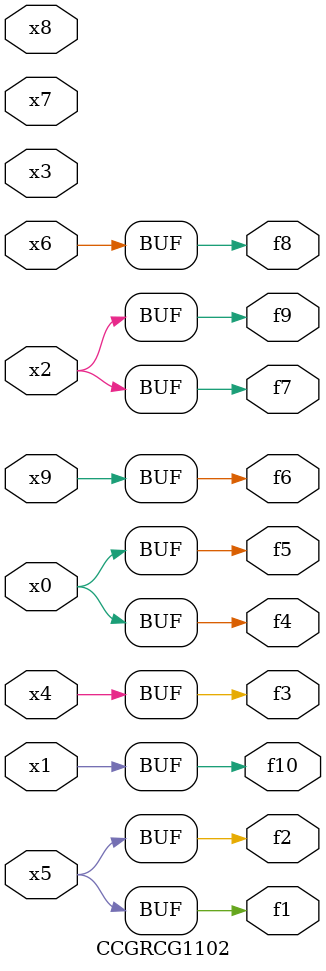
<source format=v>
module CCGRCG1102(
	input x0, x1, x2, x3, x4, x5, x6, x7, x8, x9,
	output f1, f2, f3, f4, f5, f6, f7, f8, f9, f10
);
	assign f1 = x5;
	assign f2 = x5;
	assign f3 = x4;
	assign f4 = x0;
	assign f5 = x0;
	assign f6 = x9;
	assign f7 = x2;
	assign f8 = x6;
	assign f9 = x2;
	assign f10 = x1;
endmodule

</source>
